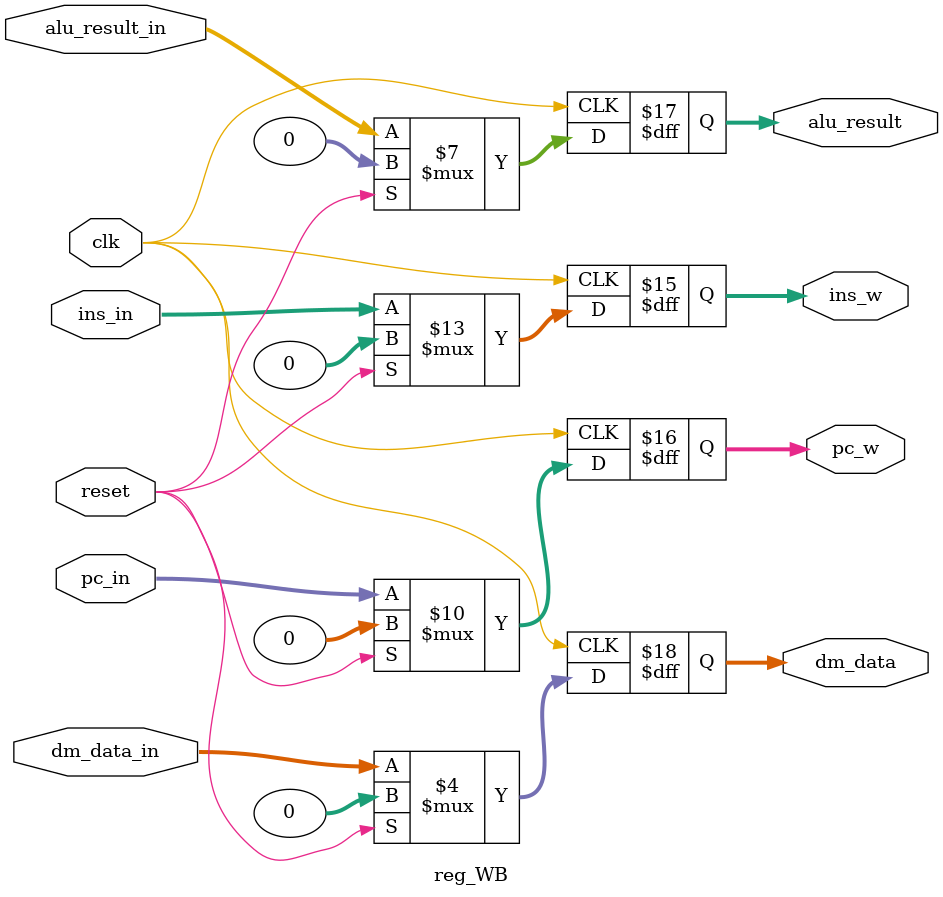
<source format=v>
`timescale 1ns / 1ps
module reg_WB(
	input clk,
	input reset,

	input [31:0] ins_in,
	input [31:0] pc_in,
	input [31:0] alu_result_in,
	input [31:0] dm_data_in,
	
	output reg [31:0] ins_w,
	output reg [31:0] pc_w,
	output reg [31:0] alu_result,
	output reg [31:0] dm_data
    );
	always @(posedge clk) begin
		if(reset == 0) begin
			ins_w = ins_in;
			pc_w = pc_in;
			alu_result = alu_result_in;
			dm_data = dm_data_in;
		end
		
		else begin
			ins_w = 0;
			pc_w = 0;
			alu_result = 0;
			dm_data = 0;
		end
	end
	


endmodule

</source>
